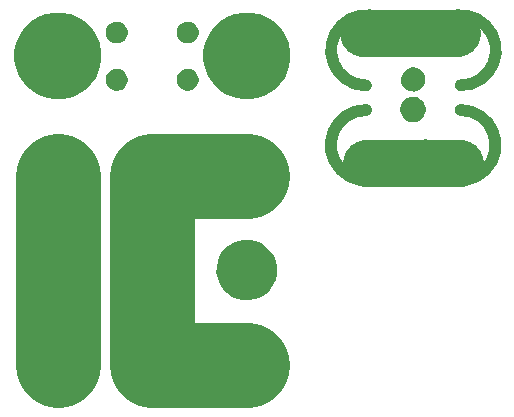
<source format=gbs>
%TF.GenerationSoftware,KiCad,Pcbnew,4.0.7-e2-6376~58~ubuntu16.04.1*%
%TF.CreationDate,2017-10-07T16:19:58-07:00*%
%TF.ProjectId,LegoLED-Button-Battery,4C65676F4C45442D427574746F6E2D42,v1.5*%
%TF.FileFunction,Soldermask,Bot*%
%FSLAX46Y46*%
G04 Gerber Fmt 4.6, Leading zero omitted, Abs format (unit mm)*
G04 Created by KiCad (PCBNEW 4.0.7-e2-6376~58~ubuntu16.04.1) date Sat Oct  7 16:19:58 2017*
%MOMM*%
%LPD*%
G01*
G04 APERTURE LIST*
%ADD10C,0.350000*%
%ADD11C,7.200000*%
%ADD12C,4.000000*%
%ADD13C,1.000000*%
G04 APERTURE END LIST*
D10*
D11*
X33069800Y-58494200D02*
X41069800Y-58494200D01*
X33069800Y-42494200D02*
X33069800Y-58494200D01*
X41069800Y-42494200D02*
X33069800Y-42494200D01*
X25069800Y-58494200D02*
X25069800Y-42494200D01*
D12*
X51155600Y-41390300D02*
X59131200Y-41390300D01*
D13*
X54152909Y-31890700D02*
G75*
G03X51155600Y-34862500I-2971909J0D01*
G01*
X59182000Y-34862609D02*
G75*
G03X56210200Y-31865300I0J2971909D01*
G01*
X51155600Y-36945191D02*
G75*
G03X54127400Y-39942500I0J-2971909D01*
G01*
X56184691Y-39917100D02*
G75*
G03X59182000Y-36945300I2971909J0D01*
G01*
D12*
X50901600Y-30417500D02*
X58877200Y-30417500D01*
D10*
G36*
X25392910Y-55420047D02*
X25983855Y-55541351D01*
X26539998Y-55775132D01*
X27040134Y-56112478D01*
X27465221Y-56540543D01*
X27799066Y-57043021D01*
X28028956Y-57600776D01*
X28146064Y-58192214D01*
X28146064Y-58192224D01*
X28146131Y-58192563D01*
X28136510Y-58881616D01*
X28136433Y-58881954D01*
X28136433Y-58881962D01*
X28002857Y-59469901D01*
X27757485Y-60021016D01*
X27409737Y-60513978D01*
X26972862Y-60930009D01*
X26463500Y-61253261D01*
X25901054Y-61471419D01*
X25306947Y-61576176D01*
X24703803Y-61563542D01*
X24114600Y-61433997D01*
X23561782Y-61192477D01*
X23066407Y-60848182D01*
X22647337Y-60414223D01*
X22320538Y-59907130D01*
X22098456Y-59346214D01*
X21989555Y-58752858D01*
X21997977Y-58149641D01*
X22123406Y-57559547D01*
X22361059Y-57005058D01*
X22701891Y-56507288D01*
X23132912Y-56085200D01*
X23637713Y-55754868D01*
X24197059Y-55528877D01*
X24789645Y-55415836D01*
X25392910Y-55420047D01*
X25392910Y-55420047D01*
G37*
G36*
X41392910Y-55420047D02*
X41983855Y-55541351D01*
X42539998Y-55775132D01*
X43040134Y-56112478D01*
X43465221Y-56540543D01*
X43799066Y-57043021D01*
X44028956Y-57600776D01*
X44146064Y-58192214D01*
X44146064Y-58192224D01*
X44146131Y-58192563D01*
X44136510Y-58881616D01*
X44136433Y-58881954D01*
X44136433Y-58881962D01*
X44002857Y-59469901D01*
X43757485Y-60021016D01*
X43409737Y-60513978D01*
X42972862Y-60930009D01*
X42463500Y-61253261D01*
X41901054Y-61471419D01*
X41306947Y-61576176D01*
X40703803Y-61563542D01*
X40114600Y-61433997D01*
X39561782Y-61192477D01*
X39066407Y-60848182D01*
X38647337Y-60414223D01*
X38320538Y-59907130D01*
X38098456Y-59346214D01*
X37989555Y-58752858D01*
X37997977Y-58149641D01*
X38123406Y-57559547D01*
X38361059Y-57005058D01*
X38701891Y-56507288D01*
X39132912Y-56085200D01*
X39637713Y-55754868D01*
X40197059Y-55528877D01*
X40789645Y-55415836D01*
X41392910Y-55420047D01*
X41392910Y-55420047D01*
G37*
G36*
X33339343Y-55929707D02*
X33832315Y-56030900D01*
X34296256Y-56225923D01*
X34713475Y-56507341D01*
X35068088Y-56864437D01*
X35346585Y-57283610D01*
X35538362Y-57748895D01*
X35636043Y-58242222D01*
X35636043Y-58242232D01*
X35636110Y-58242571D01*
X35628084Y-58817386D01*
X35628007Y-58817724D01*
X35628007Y-58817733D01*
X35516589Y-59308142D01*
X35311898Y-59767887D01*
X35021802Y-60179122D01*
X34657356Y-60526180D01*
X34232442Y-60795839D01*
X33763240Y-60977830D01*
X33267631Y-61065220D01*
X32764481Y-61054680D01*
X32272961Y-60946612D01*
X31811794Y-60745133D01*
X31398547Y-60457919D01*
X31048954Y-60095905D01*
X30776335Y-59672882D01*
X30591071Y-59204959D01*
X30500225Y-58709976D01*
X30507250Y-58206765D01*
X30611885Y-57714502D01*
X30810138Y-57251941D01*
X31094463Y-56836695D01*
X31454026Y-56484585D01*
X31875137Y-56209018D01*
X32341750Y-56020494D01*
X32836091Y-55926194D01*
X33339343Y-55929707D01*
X33339343Y-55929707D01*
G37*
G36*
X25339343Y-47929707D02*
X25832315Y-48030900D01*
X26296256Y-48225923D01*
X26713475Y-48507341D01*
X27068088Y-48864437D01*
X27346585Y-49283610D01*
X27538362Y-49748895D01*
X27636043Y-50242222D01*
X27636043Y-50242232D01*
X27636110Y-50242571D01*
X27628084Y-50817386D01*
X27628007Y-50817724D01*
X27628007Y-50817733D01*
X27516589Y-51308142D01*
X27311898Y-51767887D01*
X27021802Y-52179122D01*
X26657356Y-52526180D01*
X26232442Y-52795839D01*
X25763240Y-52977830D01*
X25267631Y-53065220D01*
X24764481Y-53054680D01*
X24272961Y-52946612D01*
X23811794Y-52745133D01*
X23398547Y-52457919D01*
X23048954Y-52095905D01*
X22776335Y-51672882D01*
X22591071Y-51204959D01*
X22500225Y-50709976D01*
X22507250Y-50206765D01*
X22611885Y-49714502D01*
X22810138Y-49251941D01*
X23094463Y-48836695D01*
X23454026Y-48484585D01*
X23875137Y-48209018D01*
X24341750Y-48020494D01*
X24836091Y-47926194D01*
X25339343Y-47929707D01*
X25339343Y-47929707D01*
G37*
G36*
X33339343Y-47929707D02*
X33832315Y-48030900D01*
X34296256Y-48225923D01*
X34713475Y-48507341D01*
X35068088Y-48864437D01*
X35346585Y-49283610D01*
X35538362Y-49748895D01*
X35636043Y-50242222D01*
X35636043Y-50242232D01*
X35636110Y-50242571D01*
X35628084Y-50817386D01*
X35628007Y-50817724D01*
X35628007Y-50817733D01*
X35516589Y-51308142D01*
X35311898Y-51767887D01*
X35021802Y-52179122D01*
X34657356Y-52526180D01*
X34232442Y-52795839D01*
X33763240Y-52977830D01*
X33267631Y-53065220D01*
X32764481Y-53054680D01*
X32272961Y-52946612D01*
X31811794Y-52745133D01*
X31398547Y-52457919D01*
X31048954Y-52095905D01*
X30776335Y-51672882D01*
X30591071Y-51204959D01*
X30500225Y-50709976D01*
X30507250Y-50206765D01*
X30611885Y-49714502D01*
X30810138Y-49251941D01*
X31094463Y-48836695D01*
X31454026Y-48484585D01*
X31875137Y-48209018D01*
X32341750Y-48020494D01*
X32836091Y-47926194D01*
X33339343Y-47929707D01*
X33339343Y-47929707D01*
G37*
G36*
X41339343Y-47929707D02*
X41832315Y-48030900D01*
X42296256Y-48225923D01*
X42713475Y-48507341D01*
X43068088Y-48864437D01*
X43346585Y-49283610D01*
X43538362Y-49748895D01*
X43636043Y-50242222D01*
X43636043Y-50242232D01*
X43636110Y-50242571D01*
X43628084Y-50817386D01*
X43628007Y-50817724D01*
X43628007Y-50817733D01*
X43516589Y-51308142D01*
X43311898Y-51767887D01*
X43021802Y-52179122D01*
X42657356Y-52526180D01*
X42232442Y-52795839D01*
X41763240Y-52977830D01*
X41267631Y-53065220D01*
X40764481Y-53054680D01*
X40272961Y-52946612D01*
X39811794Y-52745133D01*
X39398547Y-52457919D01*
X39048954Y-52095905D01*
X38776335Y-51672882D01*
X38591071Y-51204959D01*
X38500225Y-50709976D01*
X38507250Y-50206765D01*
X38611885Y-49714502D01*
X38810138Y-49251941D01*
X39094463Y-48836695D01*
X39454026Y-48484585D01*
X39875137Y-48209018D01*
X40341750Y-48020494D01*
X40836091Y-47926194D01*
X41339343Y-47929707D01*
X41339343Y-47929707D01*
G37*
G36*
X41392910Y-39420047D02*
X41983855Y-39541351D01*
X42539998Y-39775132D01*
X43040134Y-40112478D01*
X43465221Y-40540543D01*
X43799066Y-41043021D01*
X44028956Y-41600776D01*
X44146064Y-42192214D01*
X44146064Y-42192224D01*
X44146131Y-42192563D01*
X44136510Y-42881616D01*
X44136433Y-42881954D01*
X44136433Y-42881962D01*
X44002857Y-43469901D01*
X43757485Y-44021016D01*
X43409737Y-44513978D01*
X42972862Y-44930009D01*
X42463500Y-45253261D01*
X41901054Y-45471419D01*
X41306947Y-45576176D01*
X40703803Y-45563542D01*
X40114600Y-45433997D01*
X39561782Y-45192477D01*
X39066407Y-44848182D01*
X38647337Y-44414223D01*
X38320538Y-43907130D01*
X38098456Y-43346214D01*
X37989555Y-42752858D01*
X37997977Y-42149641D01*
X38123406Y-41559547D01*
X38361059Y-41005058D01*
X38701891Y-40507288D01*
X39132912Y-40085200D01*
X39637713Y-39754868D01*
X40197059Y-39528877D01*
X40789645Y-39415836D01*
X41392910Y-39420047D01*
X41392910Y-39420047D01*
G37*
G36*
X25392910Y-39420047D02*
X25983855Y-39541351D01*
X26539998Y-39775132D01*
X27040134Y-40112478D01*
X27465221Y-40540543D01*
X27799066Y-41043021D01*
X28028956Y-41600776D01*
X28146064Y-42192214D01*
X28146064Y-42192224D01*
X28146131Y-42192563D01*
X28136510Y-42881616D01*
X28136433Y-42881954D01*
X28136433Y-42881962D01*
X28002857Y-43469901D01*
X27757485Y-44021016D01*
X27409737Y-44513978D01*
X26972862Y-44930009D01*
X26463500Y-45253261D01*
X25901054Y-45471419D01*
X25306947Y-45576176D01*
X24703803Y-45563542D01*
X24114600Y-45433997D01*
X23561782Y-45192477D01*
X23066407Y-44848182D01*
X22647337Y-44414223D01*
X22320538Y-43907130D01*
X22098456Y-43346214D01*
X21989555Y-42752858D01*
X21997977Y-42149641D01*
X22123406Y-41559547D01*
X22361059Y-41005058D01*
X22701891Y-40507288D01*
X23132912Y-40085200D01*
X23637713Y-39754868D01*
X24197059Y-39528877D01*
X24789645Y-39415836D01*
X25392910Y-39420047D01*
X25392910Y-39420047D01*
G37*
G36*
X33339343Y-39929707D02*
X33832315Y-40030900D01*
X34296256Y-40225923D01*
X34713475Y-40507341D01*
X35068088Y-40864437D01*
X35346585Y-41283610D01*
X35538362Y-41748895D01*
X35636043Y-42242222D01*
X35636043Y-42242232D01*
X35636110Y-42242571D01*
X35628084Y-42817386D01*
X35628007Y-42817724D01*
X35628007Y-42817733D01*
X35516589Y-43308142D01*
X35311898Y-43767887D01*
X35021802Y-44179122D01*
X34657356Y-44526180D01*
X34232442Y-44795839D01*
X33763240Y-44977830D01*
X33267631Y-45065220D01*
X32764481Y-45054680D01*
X32272961Y-44946612D01*
X31811794Y-44745133D01*
X31398547Y-44457919D01*
X31048954Y-44095905D01*
X30776335Y-43672882D01*
X30591071Y-43204959D01*
X30500225Y-42709976D01*
X30507250Y-42206765D01*
X30611885Y-41714502D01*
X30810138Y-41251941D01*
X31094463Y-40836695D01*
X31454026Y-40484585D01*
X31875137Y-40209018D01*
X32341750Y-40020494D01*
X32836091Y-39926194D01*
X33339343Y-39929707D01*
X33339343Y-39929707D01*
G37*
G36*
X55269642Y-35815215D02*
X55476377Y-35857652D01*
X55670947Y-35939441D01*
X55845918Y-36057461D01*
X55994633Y-36207218D01*
X56111427Y-36383008D01*
X56191853Y-36578136D01*
X56232778Y-36784824D01*
X56232778Y-36784829D01*
X56232846Y-36785173D01*
X56229480Y-37026236D01*
X56229403Y-37026574D01*
X56229403Y-37026583D01*
X56182722Y-37232049D01*
X56096881Y-37424852D01*
X55975221Y-37597315D01*
X55822382Y-37742862D01*
X55644184Y-37855950D01*
X55447410Y-37932273D01*
X55239567Y-37968922D01*
X55028557Y-37964502D01*
X54822425Y-37919181D01*
X54629022Y-37834685D01*
X54455719Y-37714236D01*
X54309108Y-37562417D01*
X54194778Y-37385010D01*
X54117081Y-37188772D01*
X54078984Y-36981192D01*
X54081930Y-36770158D01*
X54125811Y-36563713D01*
X54208953Y-36369728D01*
X54328193Y-36195583D01*
X54478984Y-36047917D01*
X54655588Y-35932351D01*
X54851275Y-35853288D01*
X55058587Y-35813742D01*
X55269642Y-35815215D01*
X55269642Y-35815215D01*
G37*
G36*
X41451932Y-28694848D02*
X42158139Y-28839812D01*
X42822754Y-29119190D01*
X43420440Y-29522334D01*
X43928439Y-30033891D01*
X44327399Y-30634377D01*
X44602128Y-31300918D01*
X44604073Y-31310742D01*
X44742159Y-32008131D01*
X44730661Y-32831580D01*
X44730583Y-32831923D01*
X44730583Y-32831927D01*
X44570938Y-33534608D01*
X44277707Y-34193216D01*
X43862132Y-34782329D01*
X43340048Y-35279504D01*
X42731338Y-35665803D01*
X42059186Y-35926514D01*
X41349202Y-36051703D01*
X40628418Y-36036605D01*
X39924294Y-35881793D01*
X39263650Y-35593165D01*
X38671655Y-35181717D01*
X38170847Y-34663116D01*
X37780307Y-34057116D01*
X37514909Y-33386798D01*
X37384767Y-32677708D01*
X37394832Y-31956837D01*
X37544725Y-31251649D01*
X37828733Y-30589009D01*
X38236041Y-29994150D01*
X38751132Y-29489736D01*
X39354391Y-29094974D01*
X40022836Y-28824905D01*
X40731003Y-28689815D01*
X41451932Y-28694848D01*
X41451932Y-28694848D01*
G37*
G36*
X25451932Y-28694848D02*
X26158139Y-28839812D01*
X26822754Y-29119190D01*
X27420440Y-29522334D01*
X27928439Y-30033891D01*
X28327399Y-30634377D01*
X28602128Y-31300918D01*
X28604073Y-31310742D01*
X28742159Y-32008131D01*
X28730661Y-32831580D01*
X28730583Y-32831923D01*
X28730583Y-32831927D01*
X28570938Y-33534608D01*
X28277707Y-34193216D01*
X27862132Y-34782329D01*
X27340048Y-35279504D01*
X26731338Y-35665803D01*
X26059186Y-35926514D01*
X25349202Y-36051703D01*
X24628418Y-36036605D01*
X23924294Y-35881793D01*
X23263650Y-35593165D01*
X22671655Y-35181717D01*
X22170847Y-34663116D01*
X21780307Y-34057116D01*
X21514909Y-33386798D01*
X21384767Y-32677708D01*
X21394832Y-31956837D01*
X21544725Y-31251649D01*
X21828733Y-30589009D01*
X22236041Y-29994150D01*
X22751132Y-29489736D01*
X23354391Y-29094974D01*
X24022836Y-28824905D01*
X24731003Y-28689815D01*
X25451932Y-28694848D01*
X25451932Y-28694848D01*
G37*
G36*
X55264390Y-33325181D02*
X55461521Y-33365647D01*
X55647051Y-33443637D01*
X55813892Y-33556173D01*
X55955698Y-33698972D01*
X56067066Y-33866595D01*
X56143756Y-34052658D01*
X56182776Y-34249727D01*
X56182776Y-34249732D01*
X56182844Y-34250076D01*
X56179634Y-34479939D01*
X56179557Y-34480277D01*
X56179557Y-34480286D01*
X56135049Y-34676190D01*
X56053196Y-34860035D01*
X55937188Y-35024486D01*
X55791450Y-35163271D01*
X55621531Y-35271105D01*
X55433899Y-35343882D01*
X55235712Y-35378828D01*
X55034505Y-35374613D01*
X54837951Y-35331399D01*
X54653533Y-35250828D01*
X54488282Y-35135975D01*
X54348482Y-34991209D01*
X54239464Y-34822045D01*
X54165377Y-34634924D01*
X54129049Y-34436988D01*
X54131858Y-34235758D01*
X54173702Y-34038905D01*
X54252980Y-33853932D01*
X54366680Y-33687878D01*
X54510465Y-33547073D01*
X54678865Y-33436876D01*
X54865460Y-33361486D01*
X55063140Y-33323777D01*
X55264390Y-33325181D01*
X55264390Y-33325181D01*
G37*
G36*
X36156487Y-33457216D02*
X36334408Y-33493738D01*
X36501859Y-33564128D01*
X36652442Y-33665698D01*
X36780430Y-33794582D01*
X36880944Y-33945870D01*
X36950163Y-34113806D01*
X36985373Y-34291628D01*
X36985373Y-34291643D01*
X36985440Y-34291982D01*
X36982543Y-34499446D01*
X36982467Y-34499780D01*
X36982467Y-34499793D01*
X36942303Y-34676573D01*
X36868427Y-34842503D01*
X36763724Y-34990928D01*
X36632186Y-35116189D01*
X36478824Y-35213517D01*
X36309480Y-35279201D01*
X36130604Y-35310742D01*
X35949005Y-35306937D01*
X35771603Y-35267933D01*
X35605156Y-35195214D01*
X35456008Y-35091554D01*
X35329832Y-34960895D01*
X35231437Y-34808214D01*
X35164569Y-34639328D01*
X35131782Y-34460681D01*
X35134317Y-34279060D01*
X35172083Y-34101389D01*
X35243636Y-33934441D01*
X35346256Y-33784569D01*
X35476030Y-33657485D01*
X35628020Y-33558026D01*
X35796432Y-33489983D01*
X35974849Y-33455948D01*
X36156487Y-33457216D01*
X36156487Y-33457216D01*
G37*
G36*
X30156487Y-33457216D02*
X30334408Y-33493738D01*
X30501859Y-33564128D01*
X30652442Y-33665698D01*
X30780430Y-33794582D01*
X30880944Y-33945870D01*
X30950163Y-34113806D01*
X30985373Y-34291628D01*
X30985373Y-34291643D01*
X30985440Y-34291982D01*
X30982543Y-34499446D01*
X30982467Y-34499780D01*
X30982467Y-34499793D01*
X30942303Y-34676573D01*
X30868427Y-34842503D01*
X30763724Y-34990928D01*
X30632186Y-35116189D01*
X30478824Y-35213517D01*
X30309480Y-35279201D01*
X30130604Y-35310742D01*
X29949005Y-35306937D01*
X29771603Y-35267933D01*
X29605156Y-35195214D01*
X29456008Y-35091554D01*
X29329832Y-34960895D01*
X29231437Y-34808214D01*
X29164569Y-34639328D01*
X29131782Y-34460681D01*
X29134317Y-34279060D01*
X29172083Y-34101389D01*
X29243636Y-33934441D01*
X29346256Y-33784569D01*
X29476030Y-33657485D01*
X29628020Y-33558026D01*
X29796432Y-33489983D01*
X29974849Y-33455948D01*
X30156487Y-33457216D01*
X30156487Y-33457216D01*
G37*
G36*
X36156487Y-29457216D02*
X36334408Y-29493738D01*
X36501859Y-29564128D01*
X36652442Y-29665698D01*
X36780430Y-29794582D01*
X36880944Y-29945870D01*
X36950163Y-30113806D01*
X36985373Y-30291628D01*
X36985373Y-30291643D01*
X36985440Y-30291982D01*
X36982543Y-30499446D01*
X36982467Y-30499780D01*
X36982467Y-30499793D01*
X36942303Y-30676573D01*
X36868427Y-30842503D01*
X36763724Y-30990928D01*
X36632186Y-31116189D01*
X36478824Y-31213517D01*
X36309480Y-31279201D01*
X36130604Y-31310742D01*
X35949005Y-31306937D01*
X35771603Y-31267933D01*
X35605156Y-31195214D01*
X35456008Y-31091554D01*
X35329832Y-30960895D01*
X35231437Y-30808214D01*
X35164569Y-30639328D01*
X35131782Y-30460681D01*
X35134317Y-30279060D01*
X35172083Y-30101389D01*
X35243636Y-29934441D01*
X35346256Y-29784569D01*
X35476030Y-29657485D01*
X35628020Y-29558026D01*
X35796432Y-29489983D01*
X35974849Y-29455948D01*
X36156487Y-29457216D01*
X36156487Y-29457216D01*
G37*
G36*
X30156487Y-29457216D02*
X30334408Y-29493738D01*
X30501859Y-29564128D01*
X30652442Y-29665698D01*
X30780430Y-29794582D01*
X30880944Y-29945870D01*
X30950163Y-30113806D01*
X30985373Y-30291628D01*
X30985373Y-30291643D01*
X30985440Y-30291982D01*
X30982543Y-30499446D01*
X30982467Y-30499780D01*
X30982467Y-30499793D01*
X30942303Y-30676573D01*
X30868427Y-30842503D01*
X30763724Y-30990928D01*
X30632186Y-31116189D01*
X30478824Y-31213517D01*
X30309480Y-31279201D01*
X30130604Y-31310742D01*
X29949005Y-31306937D01*
X29771603Y-31267933D01*
X29605156Y-31195214D01*
X29456008Y-31091554D01*
X29329832Y-30960895D01*
X29231437Y-30808214D01*
X29164569Y-30639328D01*
X29131782Y-30460681D01*
X29134317Y-30279060D01*
X29172083Y-30101389D01*
X29243636Y-29934441D01*
X29346256Y-29784569D01*
X29476030Y-29657485D01*
X29628020Y-29558026D01*
X29796432Y-29489983D01*
X29974849Y-29455948D01*
X30156487Y-29457216D01*
X30156487Y-29457216D01*
G37*
M02*

</source>
